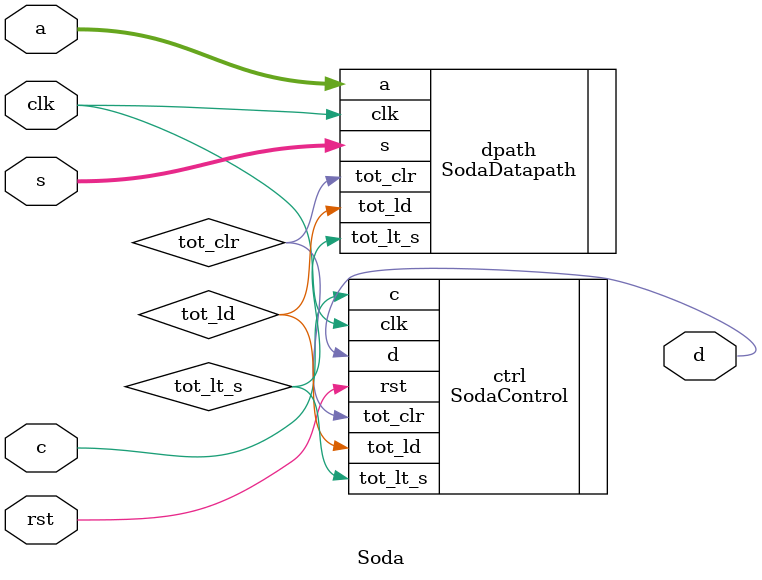
<source format=v>

`include "SodaControl.v"
`include "SodaDatapath.v"

module Soda(
    input clk,
    input rst,
    input c,
    input [7:0] s,
    input [7:0] a,
    output d
);

    // Declare local connections here
    wire tot_ld;
    wire tot_clr;
    wire tot_lt_s;

    // Datapath -- Add port connections
    SodaDatapath dpath(
        .clk (clk),
        .s (s),
        .a (a),
        .tot_ld (tot_ld),
        .tot_clr (tot_clr), 
        .tot_lt_s (tot_lt_s)
    );

    // Control -- Add port connections
    SodaControl ctrl(
        .clk (clk),          
        .rst (rst), 
        .c (c),     
        .tot_lt_s (tot_lt_s), 
        .tot_ld (tot_ld), 
        .tot_clr (tot_clr), 
        .d (d)
    );

endmodule
</source>
